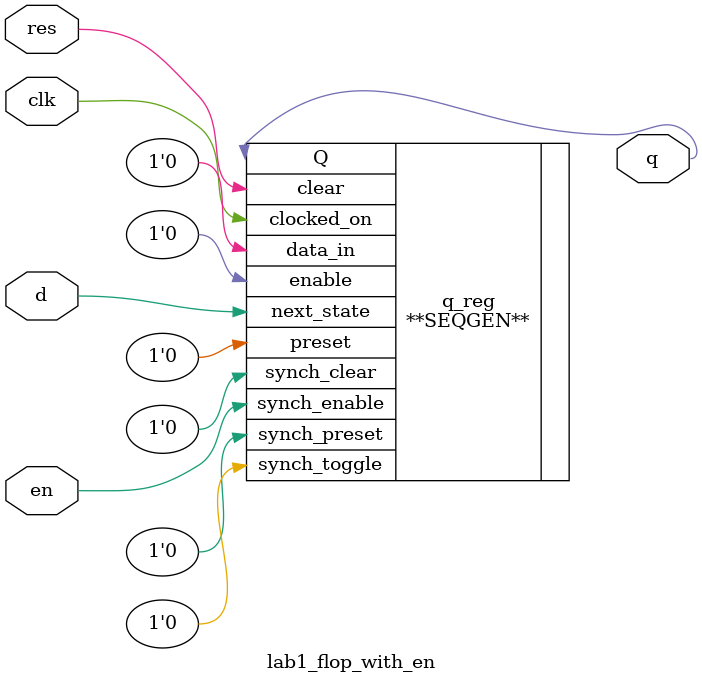
<source format=v>


module lab1_flop_with_en ( res, clk, d, en, q );
  input res, clk, d, en;
  output q;


  \**SEQGEN**  q_reg ( .clear(res), .preset(1'b0), .next_state(d), 
        .clocked_on(clk), .data_in(1'b0), .enable(1'b0), .Q(q), .synch_clear(
        1'b0), .synch_preset(1'b0), .synch_toggle(1'b0), .synch_enable(en) );
endmodule


</source>
